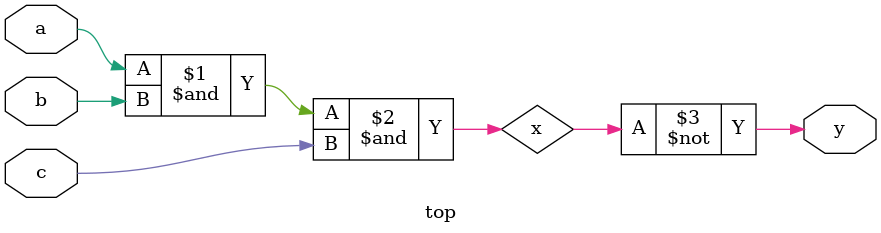
<source format=v>

module top (a, b, c, y);
input a, b, c;
output y;

wire x;

and (x, a, b, c);
not (y, x);

endmodule

</source>
